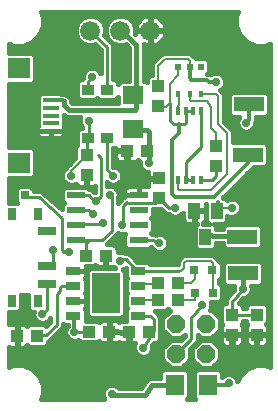
<source format=gtl>
G75*
%MOIN*%
%OFA0B0*%
%FSLAX25Y25*%
%IPPOS*%
%LPD*%
%AMOC8*
5,1,8,0,0,1.08239X$1,22.5*
%
%ADD10R,0.10000X0.05000*%
%ADD11R,0.04331X0.03937*%
%ADD12R,0.07098X0.06299*%
%ADD13R,0.06299X0.02362*%
%ADD14R,0.05118X0.02756*%
%ADD15R,0.09449X0.13386*%
%ADD16R,0.03150X0.03150*%
%ADD17R,0.03937X0.04331*%
%ADD18OC8,0.06000*%
%ADD19R,0.03937X0.05512*%
%ADD20R,0.01181X0.02953*%
%ADD21R,0.01575X0.02165*%
%ADD22R,0.02165X0.02165*%
%ADD23R,0.06299X0.07098*%
%ADD24C,0.06600*%
%ADD25R,0.03150X0.03937*%
%ADD26R,0.05906X0.02756*%
%ADD27R,0.05512X0.01378*%
%ADD28R,0.07480X0.07087*%
%ADD29R,0.03937X0.03543*%
%ADD30C,0.01600*%
%ADD31C,0.02800*%
%ADD32C,0.01000*%
%ADD33C,0.02978*%
%ADD34C,0.01200*%
%ADD35C,0.00806*%
%ADD36C,0.02792*%
%ADD37C,0.00800*%
%ADD38C,0.00600*%
%ADD39R,0.02800X0.02800*%
D10*
X0090304Y0065580D03*
X0090461Y0053296D03*
X0092154Y0092942D03*
X0092469Y0109635D03*
D11*
X0081524Y0095698D03*
X0081524Y0089005D03*
X0062627Y0085068D03*
X0062627Y0078375D03*
X0058532Y0094162D03*
X0051839Y0094162D03*
X0038414Y0092745D03*
X0038414Y0086052D03*
X0038020Y0059280D03*
X0044713Y0059280D03*
X0045894Y0033887D03*
X0052509Y0033769D03*
X0059202Y0033769D03*
X0039202Y0033887D03*
D12*
X0053808Y0101556D03*
X0053808Y0112753D03*
D13*
X0055674Y0079339D03*
X0055674Y0074339D03*
X0055674Y0069339D03*
X0055674Y0064379D03*
X0034776Y0064379D03*
X0034776Y0069379D03*
X0034776Y0074379D03*
X0034776Y0079379D03*
D14*
X0033847Y0054221D03*
X0033847Y0049221D03*
X0033847Y0044221D03*
X0033847Y0039221D03*
X0055501Y0039221D03*
X0055501Y0044221D03*
X0055501Y0049221D03*
X0055501Y0054221D03*
D15*
X0044674Y0046721D03*
D16*
X0074438Y0046879D03*
X0080343Y0046879D03*
X0080225Y0054398D03*
X0074320Y0054398D03*
D17*
X0068690Y0050225D03*
X0068926Y0044517D03*
X0062233Y0044517D03*
X0061997Y0050225D03*
X0086839Y0039595D03*
X0086839Y0032902D03*
X0095107Y0032902D03*
X0095107Y0039595D03*
X0062036Y0109083D03*
X0062036Y0115776D03*
X0021879Y0032548D03*
X0015186Y0032548D03*
D18*
X0068257Y0036524D03*
X0068257Y0026524D03*
X0078257Y0026524D03*
X0078257Y0036524D03*
D19*
X0077981Y0065580D03*
X0074241Y0074241D03*
X0081721Y0074241D03*
D20*
X0076505Y0084379D03*
X0073946Y0084379D03*
X0071387Y0084379D03*
X0068828Y0084379D03*
X0068828Y0107410D03*
X0071387Y0107410D03*
X0073946Y0107410D03*
X0076505Y0107410D03*
D21*
X0076406Y0113217D03*
X0072666Y0113217D03*
X0068926Y0113217D03*
D22*
X0068926Y0122272D03*
X0072666Y0122272D03*
X0076406Y0122272D03*
D23*
X0078855Y0016170D03*
X0067658Y0016170D03*
D24*
X0059635Y0134280D03*
X0049635Y0134280D03*
X0039635Y0134280D03*
D25*
X0022076Y0073257D03*
X0013414Y0073257D03*
X0013414Y0044123D03*
X0022076Y0044123D03*
D26*
X0025127Y0049831D03*
X0025127Y0055737D03*
X0025127Y0067548D03*
D27*
X0026406Y0100816D03*
X0026406Y0103375D03*
X0026406Y0105934D03*
X0026406Y0108493D03*
X0026406Y0111052D03*
D28*
X0015973Y0121682D03*
X0015973Y0090186D03*
D29*
X0038808Y0098454D03*
X0045107Y0098454D03*
X0045107Y0114595D03*
X0038808Y0114595D03*
D30*
X0012505Y0028715D02*
X0012505Y0022140D01*
X0013959Y0022742D01*
X0017200Y0022742D01*
X0020194Y0021502D01*
X0022486Y0019210D01*
X0023726Y0016216D01*
X0023726Y0012975D01*
X0023124Y0011521D01*
X0044137Y0011521D01*
X0043682Y0012621D01*
X0043682Y0013814D01*
X0044139Y0014917D01*
X0044983Y0015761D01*
X0046085Y0016217D01*
X0047279Y0016217D01*
X0048381Y0015761D01*
X0049115Y0015027D01*
X0056618Y0015027D01*
X0058137Y0017306D01*
X0058230Y0017530D01*
X0058399Y0017699D01*
X0058532Y0017899D01*
X0058734Y0018033D01*
X0058905Y0018205D01*
X0059127Y0018296D01*
X0059326Y0018430D01*
X0059563Y0018477D01*
X0059787Y0018570D01*
X0060027Y0018570D01*
X0060262Y0018617D01*
X0060500Y0018570D01*
X0062909Y0018570D01*
X0062909Y0020382D01*
X0063846Y0021319D01*
X0071471Y0021319D01*
X0072408Y0020382D01*
X0072408Y0011958D01*
X0071971Y0011521D01*
X0074542Y0011521D01*
X0074106Y0011958D01*
X0074106Y0020382D01*
X0075043Y0021319D01*
X0082667Y0021319D01*
X0083605Y0020382D01*
X0083605Y0018950D01*
X0083959Y0019304D01*
X0085062Y0019761D01*
X0086255Y0019761D01*
X0087358Y0019304D01*
X0088202Y0018460D01*
X0088636Y0017410D01*
X0089382Y0019210D01*
X0091674Y0021502D01*
X0094668Y0022742D01*
X0097909Y0022742D01*
X0099362Y0022140D01*
X0099362Y0129886D01*
X0097909Y0129283D01*
X0094668Y0129283D01*
X0091674Y0130524D01*
X0089382Y0132815D01*
X0088142Y0135809D01*
X0088142Y0139050D01*
X0088744Y0140504D01*
X0023124Y0140504D01*
X0023726Y0139050D01*
X0023726Y0135809D01*
X0022486Y0132815D01*
X0020194Y0130524D01*
X0017200Y0129283D01*
X0013959Y0129283D01*
X0012505Y0129886D01*
X0012505Y0126825D01*
X0020376Y0126825D01*
X0021313Y0125888D01*
X0021313Y0117476D01*
X0020376Y0116539D01*
X0012505Y0116539D01*
X0012505Y0095329D01*
X0020376Y0095329D01*
X0021313Y0094392D01*
X0021313Y0085980D01*
X0020376Y0085043D01*
X0012505Y0085043D01*
X0012505Y0076825D01*
X0015216Y0076825D01*
X0014745Y0077296D01*
X0014745Y0081422D01*
X0015682Y0082359D01*
X0019808Y0082359D01*
X0020745Y0081422D01*
X0020745Y0080868D01*
X0022427Y0080868D01*
X0023255Y0080902D01*
X0023290Y0080868D01*
X0023339Y0080868D01*
X0023925Y0080283D01*
X0030027Y0074650D01*
X0030027Y0076223D01*
X0030683Y0076879D01*
X0030027Y0077535D01*
X0030027Y0081223D01*
X0030964Y0082160D01*
X0038589Y0082160D01*
X0039289Y0081459D01*
X0039875Y0081459D01*
X0040943Y0080391D01*
X0041039Y0080391D01*
X0041039Y0082343D01*
X0040816Y0082283D01*
X0038598Y0082283D01*
X0038598Y0085868D01*
X0038230Y0085868D01*
X0038230Y0082283D01*
X0036012Y0082283D01*
X0035554Y0082406D01*
X0035144Y0082643D01*
X0034808Y0082978D01*
X0034651Y0083251D01*
X0033696Y0082855D01*
X0032502Y0082855D01*
X0031400Y0083312D01*
X0030556Y0084156D01*
X0030099Y0085258D01*
X0030099Y0086452D01*
X0030556Y0087554D01*
X0031099Y0088098D01*
X0031099Y0088258D01*
X0032271Y0089430D01*
X0034649Y0091808D01*
X0034649Y0095376D01*
X0035266Y0095993D01*
X0035239Y0096019D01*
X0035239Y0100888D01*
X0036177Y0101825D01*
X0036905Y0101825D01*
X0036905Y0102020D01*
X0036461Y0102463D01*
X0036005Y0103565D01*
X0036005Y0104759D01*
X0036231Y0105306D01*
X0032031Y0105306D01*
X0031149Y0105671D01*
X0030762Y0106058D01*
X0030762Y0102333D01*
X0030840Y0102199D01*
X0030962Y0101742D01*
X0030962Y0100816D01*
X0026406Y0100816D01*
X0026406Y0100816D01*
X0021850Y0100816D01*
X0021850Y0101742D01*
X0021973Y0102199D01*
X0022050Y0102333D01*
X0022050Y0112404D01*
X0022988Y0113341D01*
X0029825Y0113341D01*
X0029914Y0113252D01*
X0031255Y0113252D01*
X0031614Y0112893D01*
X0032096Y0112693D01*
X0032772Y0112018D01*
X0033137Y0111136D01*
X0033137Y0110471D01*
X0033503Y0110105D01*
X0048659Y0110105D01*
X0048659Y0112144D01*
X0047738Y0111224D01*
X0042476Y0111224D01*
X0041957Y0111742D01*
X0041439Y0111224D01*
X0036177Y0111224D01*
X0035239Y0112161D01*
X0035239Y0117030D01*
X0036177Y0117967D01*
X0036847Y0117967D01*
X0037193Y0118312D01*
X0037186Y0118329D01*
X0037186Y0119523D01*
X0037643Y0120625D01*
X0038486Y0121469D01*
X0039589Y0121926D01*
X0040783Y0121926D01*
X0041885Y0121469D01*
X0042729Y0120625D01*
X0043007Y0119954D01*
X0043007Y0127938D01*
X0041285Y0129660D01*
X0040609Y0129380D01*
X0038660Y0129380D01*
X0036859Y0130126D01*
X0035481Y0131505D01*
X0034735Y0133306D01*
X0034735Y0135255D01*
X0035481Y0137056D01*
X0036859Y0138434D01*
X0038660Y0139180D01*
X0040609Y0139180D01*
X0042410Y0138434D01*
X0043789Y0137056D01*
X0044535Y0135255D01*
X0044535Y0133306D01*
X0044255Y0132630D01*
X0047207Y0129678D01*
X0047207Y0117967D01*
X0047738Y0117967D01*
X0048676Y0117030D01*
X0048676Y0116582D01*
X0049596Y0117502D01*
X0052550Y0117502D01*
X0052550Y0128562D01*
X0051403Y0129709D01*
X0050609Y0129380D01*
X0048660Y0129380D01*
X0046859Y0130126D01*
X0045481Y0131505D01*
X0044735Y0133306D01*
X0044735Y0135255D01*
X0045481Y0137056D01*
X0046859Y0138434D01*
X0048660Y0139180D01*
X0050609Y0139180D01*
X0052410Y0138434D01*
X0053789Y0137056D01*
X0054535Y0135255D01*
X0054535Y0133365D01*
X0054631Y0133268D01*
X0054535Y0133879D01*
X0054535Y0134080D01*
X0059435Y0134080D01*
X0059835Y0134080D01*
X0059835Y0134480D01*
X0064735Y0134480D01*
X0064735Y0134682D01*
X0064609Y0135475D01*
X0064361Y0136238D01*
X0063997Y0136953D01*
X0063525Y0137603D01*
X0062957Y0138170D01*
X0062308Y0138642D01*
X0061592Y0139007D01*
X0060829Y0139255D01*
X0060036Y0139380D01*
X0059835Y0139380D01*
X0059835Y0134480D01*
X0059435Y0134480D01*
X0059435Y0134080D01*
X0059435Y0129180D01*
X0059233Y0129180D01*
X0058440Y0129306D01*
X0057677Y0129554D01*
X0057350Y0129721D01*
X0057350Y0117502D01*
X0058020Y0117502D01*
X0058468Y0117054D01*
X0058468Y0118604D01*
X0059405Y0119542D01*
X0060033Y0119542D01*
X0060033Y0123299D01*
X0062395Y0125661D01*
X0063569Y0126835D01*
X0072905Y0126835D01*
X0073496Y0126244D01*
X0074669Y0125071D01*
X0074669Y0124955D01*
X0078152Y0124955D01*
X0079089Y0124018D01*
X0079089Y0120527D01*
X0078507Y0119945D01*
X0079483Y0119945D01*
X0079778Y0119650D01*
X0079825Y0119698D01*
X0080928Y0120154D01*
X0082121Y0120154D01*
X0083224Y0119698D01*
X0084068Y0118854D01*
X0084524Y0117751D01*
X0084524Y0116558D01*
X0084068Y0115455D01*
X0083224Y0114611D01*
X0082794Y0114433D01*
X0082945Y0114433D01*
X0083431Y0113947D01*
X0083981Y0113535D01*
X0084004Y0113374D01*
X0084118Y0113260D01*
X0084118Y0112572D01*
X0084215Y0111892D01*
X0084118Y0111762D01*
X0084118Y0103811D01*
X0087071Y0100858D01*
X0087071Y0097042D01*
X0097817Y0097042D01*
X0098754Y0096104D01*
X0098754Y0089779D01*
X0097817Y0088842D01*
X0094118Y0088842D01*
X0083873Y0078597D01*
X0084352Y0078597D01*
X0085169Y0077780D01*
X0086243Y0078225D01*
X0087436Y0078225D01*
X0088539Y0077768D01*
X0089383Y0076925D01*
X0089839Y0075822D01*
X0089839Y0074628D01*
X0089383Y0073526D01*
X0088539Y0072682D01*
X0087436Y0072225D01*
X0086243Y0072225D01*
X0085290Y0072620D01*
X0085290Y0070822D01*
X0084352Y0069885D01*
X0080663Y0069885D01*
X0081550Y0068998D01*
X0081550Y0068176D01*
X0083704Y0068176D01*
X0083704Y0068742D01*
X0084641Y0069680D01*
X0095967Y0069680D01*
X0096904Y0068742D01*
X0096904Y0062417D01*
X0095967Y0061480D01*
X0084641Y0061480D01*
X0083704Y0062417D01*
X0083704Y0063376D01*
X0081550Y0063376D01*
X0081550Y0062161D01*
X0080612Y0061224D01*
X0075350Y0061224D01*
X0074413Y0062161D01*
X0074413Y0068998D01*
X0075099Y0069685D01*
X0074425Y0069685D01*
X0074425Y0074057D01*
X0074425Y0074425D01*
X0078009Y0074425D01*
X0078009Y0076569D01*
X0078153Y0076569D01*
X0078153Y0070822D01*
X0079040Y0069935D01*
X0077125Y0069935D01*
X0077315Y0070045D01*
X0077650Y0070380D01*
X0077887Y0070790D01*
X0078009Y0071248D01*
X0078009Y0074057D01*
X0074425Y0074057D01*
X0074057Y0074057D01*
X0074057Y0069685D01*
X0072035Y0069685D01*
X0071578Y0069808D01*
X0071167Y0070045D01*
X0070832Y0070380D01*
X0070595Y0070790D01*
X0070472Y0071248D01*
X0070472Y0073513D01*
X0069641Y0072682D01*
X0068538Y0072225D01*
X0067345Y0072225D01*
X0066242Y0072682D01*
X0065799Y0073125D01*
X0064907Y0073125D01*
X0063225Y0074806D01*
X0062028Y0074806D01*
X0061942Y0074720D01*
X0060424Y0074720D01*
X0060424Y0072496D01*
X0059767Y0071839D01*
X0060424Y0071183D01*
X0060424Y0067496D01*
X0059787Y0066859D01*
X0060148Y0066498D01*
X0060549Y0066651D01*
X0060931Y0066479D01*
X0061351Y0066479D01*
X0061595Y0066234D01*
X0062030Y0066414D01*
X0063224Y0066414D01*
X0064326Y0065957D01*
X0065170Y0065114D01*
X0065627Y0064011D01*
X0065627Y0062817D01*
X0065170Y0061715D01*
X0064326Y0060871D01*
X0063224Y0060414D01*
X0062030Y0060414D01*
X0060927Y0060871D01*
X0060083Y0061715D01*
X0059943Y0062054D01*
X0059486Y0061598D01*
X0051862Y0061598D01*
X0050924Y0062535D01*
X0050924Y0066223D01*
X0051163Y0066461D01*
X0050822Y0066320D01*
X0049628Y0066320D01*
X0048776Y0066673D01*
X0047552Y0065448D01*
X0045152Y0063049D01*
X0047116Y0063049D01*
X0047574Y0062926D01*
X0047984Y0062689D01*
X0048319Y0062354D01*
X0048556Y0061944D01*
X0048679Y0061486D01*
X0048679Y0060360D01*
X0049038Y0060509D01*
X0050231Y0060509D01*
X0050618Y0060348D01*
X0050655Y0060366D01*
X0051157Y0060199D01*
X0052276Y0060199D01*
X0053506Y0058969D01*
X0055276Y0057199D01*
X0058723Y0057199D01*
X0059601Y0056321D01*
X0068891Y0056321D01*
X0068891Y0057748D01*
X0069482Y0058338D01*
X0070655Y0059512D01*
X0080582Y0059512D01*
X0081173Y0058921D01*
X0082346Y0057748D01*
X0082346Y0057573D01*
X0082463Y0057573D01*
X0083400Y0056636D01*
X0083400Y0052161D01*
X0082463Y0051224D01*
X0082346Y0051224D01*
X0082346Y0050054D01*
X0082581Y0050054D01*
X0083518Y0049116D01*
X0083518Y0044641D01*
X0082581Y0043704D01*
X0079824Y0043704D01*
X0079957Y0043381D01*
X0079957Y0042188D01*
X0079517Y0041124D01*
X0080162Y0041124D01*
X0082857Y0038430D01*
X0082857Y0034619D01*
X0080162Y0031924D01*
X0076351Y0031924D01*
X0075357Y0032919D01*
X0075357Y0030655D01*
X0072857Y0028155D01*
X0072857Y0024619D01*
X0070162Y0021924D01*
X0066351Y0021924D01*
X0063657Y0024619D01*
X0063657Y0028430D01*
X0066351Y0031124D01*
X0069887Y0031124D01*
X0071157Y0032394D01*
X0071157Y0032919D01*
X0070162Y0031924D01*
X0066351Y0031924D01*
X0063657Y0034619D01*
X0063657Y0038430D01*
X0066136Y0040910D01*
X0065580Y0041466D01*
X0064864Y0040751D01*
X0061094Y0040751D01*
X0061725Y0040120D01*
X0062955Y0038890D01*
X0062955Y0036412D01*
X0062967Y0036400D01*
X0062967Y0034688D01*
X0063103Y0034143D01*
X0062967Y0033915D01*
X0062967Y0031137D01*
X0062030Y0030200D01*
X0060738Y0030200D01*
X0060233Y0029359D01*
X0060312Y0029168D01*
X0060312Y0027975D01*
X0059855Y0026872D01*
X0059011Y0026028D01*
X0057909Y0025572D01*
X0056715Y0025572D01*
X0055612Y0026028D01*
X0054769Y0026872D01*
X0054312Y0027975D01*
X0054312Y0029168D01*
X0054656Y0030000D01*
X0052693Y0030000D01*
X0052693Y0033584D01*
X0052324Y0033584D01*
X0049860Y0033584D01*
X0049860Y0033702D01*
X0046079Y0033702D01*
X0046079Y0030118D01*
X0048297Y0030118D01*
X0048755Y0030241D01*
X0049136Y0030461D01*
X0049238Y0030360D01*
X0049649Y0030123D01*
X0050106Y0030000D01*
X0052324Y0030000D01*
X0052324Y0033584D01*
X0052324Y0033953D01*
X0048543Y0033953D01*
X0048543Y0034071D01*
X0046079Y0034071D01*
X0046079Y0033702D01*
X0045710Y0033702D01*
X0045710Y0030118D01*
X0043492Y0030118D01*
X0043034Y0030241D01*
X0042624Y0030478D01*
X0042407Y0030695D01*
X0042030Y0030318D01*
X0036373Y0030318D01*
X0035533Y0031158D01*
X0034877Y0030887D01*
X0033684Y0030887D01*
X0032581Y0031343D01*
X0031737Y0032187D01*
X0031280Y0033290D01*
X0031280Y0034483D01*
X0031737Y0035586D01*
X0032097Y0035946D01*
X0032100Y0036243D01*
X0030625Y0036243D01*
X0030475Y0036394D01*
X0030475Y0035379D01*
X0026931Y0031836D01*
X0025701Y0030606D01*
X0025447Y0030606D01*
X0025447Y0029720D01*
X0024510Y0028783D01*
X0019247Y0028783D01*
X0018653Y0029378D01*
X0018595Y0029277D01*
X0018260Y0028942D01*
X0017849Y0028705D01*
X0017391Y0028583D01*
X0015370Y0028583D01*
X0015370Y0032364D01*
X0015002Y0032364D01*
X0015002Y0028583D01*
X0012980Y0028583D01*
X0012523Y0028705D01*
X0012505Y0028715D01*
X0012505Y0027502D02*
X0054508Y0027502D01*
X0054312Y0029100D02*
X0024828Y0029100D01*
X0025795Y0030699D02*
X0035993Y0030699D01*
X0031691Y0032297D02*
X0027393Y0032297D01*
X0028992Y0033896D02*
X0031280Y0033896D01*
X0031699Y0035494D02*
X0030475Y0035494D01*
X0026275Y0037119D02*
X0024990Y0035834D01*
X0024510Y0036313D01*
X0019247Y0036313D01*
X0018653Y0035718D01*
X0018595Y0035819D01*
X0018260Y0036154D01*
X0017849Y0036391D01*
X0017391Y0036513D01*
X0015370Y0036513D01*
X0015370Y0032732D01*
X0015002Y0032732D01*
X0015002Y0036513D01*
X0012980Y0036513D01*
X0012523Y0036391D01*
X0012505Y0036381D01*
X0012505Y0040554D01*
X0015652Y0040554D01*
X0016589Y0041492D01*
X0016589Y0046213D01*
X0018901Y0046213D01*
X0018901Y0041492D01*
X0019838Y0040554D01*
X0020723Y0040554D01*
X0020654Y0040388D01*
X0020654Y0039196D01*
X0021110Y0038095D01*
X0021953Y0037252D01*
X0023054Y0036796D01*
X0024246Y0036796D01*
X0025348Y0037252D01*
X0026190Y0038095D01*
X0026275Y0038299D01*
X0026275Y0037119D01*
X0026249Y0037093D02*
X0024963Y0037093D01*
X0022338Y0037093D02*
X0012505Y0037093D01*
X0012505Y0038691D02*
X0020863Y0038691D01*
X0020654Y0040290D02*
X0012505Y0040290D01*
X0016589Y0041889D02*
X0018901Y0041889D01*
X0018901Y0043487D02*
X0016589Y0043487D01*
X0016589Y0045086D02*
X0018901Y0045086D01*
X0015370Y0035494D02*
X0015002Y0035494D01*
X0015002Y0033896D02*
X0015370Y0033896D01*
X0015370Y0032297D02*
X0015002Y0032297D01*
X0015002Y0030699D02*
X0015370Y0030699D01*
X0015370Y0029100D02*
X0015002Y0029100D01*
X0018418Y0029100D02*
X0018930Y0029100D01*
X0017285Y0022706D02*
X0065569Y0022706D01*
X0063971Y0024305D02*
X0012505Y0024305D01*
X0012505Y0025903D02*
X0055914Y0025903D01*
X0058709Y0025903D02*
X0063657Y0025903D01*
X0063657Y0027502D02*
X0060116Y0027502D01*
X0060312Y0029100D02*
X0064327Y0029100D01*
X0065926Y0030699D02*
X0062529Y0030699D01*
X0062967Y0032297D02*
X0065978Y0032297D01*
X0064380Y0033896D02*
X0062967Y0033896D01*
X0062967Y0035494D02*
X0063657Y0035494D01*
X0063657Y0037093D02*
X0062955Y0037093D01*
X0062955Y0038691D02*
X0063918Y0038691D01*
X0065517Y0040290D02*
X0061555Y0040290D01*
X0051801Y0041721D02*
X0051342Y0041262D01*
X0051342Y0037537D01*
X0050106Y0037537D01*
X0049649Y0037414D01*
X0049267Y0037194D01*
X0049165Y0037295D01*
X0048755Y0037532D01*
X0048297Y0037655D01*
X0046079Y0037655D01*
X0046079Y0034071D01*
X0045710Y0034071D01*
X0045710Y0037655D01*
X0043492Y0037655D01*
X0043034Y0037532D01*
X0042624Y0037295D01*
X0042407Y0037078D01*
X0042030Y0037455D01*
X0038006Y0037455D01*
X0038006Y0041262D01*
X0037688Y0041580D01*
X0037847Y0041738D01*
X0038084Y0042149D01*
X0038206Y0042606D01*
X0038206Y0044221D01*
X0033847Y0044221D01*
X0033847Y0044221D01*
X0038206Y0044221D01*
X0038206Y0045836D01*
X0038084Y0046294D01*
X0037847Y0046704D01*
X0037688Y0046863D01*
X0038006Y0047181D01*
X0038006Y0051262D01*
X0037688Y0051580D01*
X0037847Y0051738D01*
X0038084Y0052149D01*
X0038206Y0052606D01*
X0038206Y0054221D01*
X0035784Y0054221D01*
X0035784Y0054221D01*
X0038206Y0054221D01*
X0038206Y0055712D01*
X0040849Y0055712D01*
X0041225Y0056089D01*
X0041443Y0055871D01*
X0041853Y0055634D01*
X0042311Y0055512D01*
X0044529Y0055512D01*
X0044529Y0059096D01*
X0044898Y0059096D01*
X0044898Y0055512D01*
X0047116Y0055512D01*
X0047331Y0055570D01*
X0047887Y0055014D01*
X0039287Y0055014D01*
X0038350Y0054077D01*
X0038350Y0039366D01*
X0039287Y0038428D01*
X0050061Y0038428D01*
X0050998Y0039366D01*
X0050998Y0054077D01*
X0050468Y0054607D01*
X0051334Y0054965D01*
X0051342Y0054973D01*
X0051342Y0052181D01*
X0051801Y0051721D01*
X0051342Y0051262D01*
X0051342Y0047181D01*
X0051801Y0046721D01*
X0051342Y0046262D01*
X0051342Y0042181D01*
X0051801Y0041721D01*
X0051634Y0041889D02*
X0050998Y0041889D01*
X0050998Y0043487D02*
X0051342Y0043487D01*
X0051342Y0045086D02*
X0050998Y0045086D01*
X0050998Y0046684D02*
X0051764Y0046684D01*
X0051342Y0048283D02*
X0050998Y0048283D01*
X0050998Y0049881D02*
X0051342Y0049881D01*
X0051559Y0051480D02*
X0050998Y0051480D01*
X0050998Y0053078D02*
X0051342Y0053078D01*
X0051342Y0054677D02*
X0050637Y0054677D01*
X0054602Y0057874D02*
X0069017Y0057874D01*
X0070616Y0059472D02*
X0053003Y0059472D01*
X0050924Y0062669D02*
X0048004Y0062669D01*
X0048679Y0061071D02*
X0060728Y0061071D01*
X0064526Y0061071D02*
X0099362Y0061071D01*
X0099362Y0062669D02*
X0096904Y0062669D01*
X0096904Y0064268D02*
X0099362Y0064268D01*
X0099362Y0065866D02*
X0096904Y0065866D01*
X0096904Y0067465D02*
X0099362Y0067465D01*
X0099362Y0069063D02*
X0096583Y0069063D01*
X0099362Y0070662D02*
X0085129Y0070662D01*
X0085290Y0072260D02*
X0086158Y0072260D01*
X0087521Y0072260D02*
X0099362Y0072260D01*
X0099362Y0073859D02*
X0089521Y0073859D01*
X0089839Y0075457D02*
X0099362Y0075457D01*
X0099362Y0077056D02*
X0089251Y0077056D01*
X0085529Y0080253D02*
X0099362Y0080253D01*
X0099362Y0081851D02*
X0087128Y0081851D01*
X0088726Y0083450D02*
X0099362Y0083450D01*
X0099362Y0085048D02*
X0090325Y0085048D01*
X0091923Y0086647D02*
X0099362Y0086647D01*
X0099362Y0088245D02*
X0093522Y0088245D01*
X0098754Y0089844D02*
X0099362Y0089844D01*
X0099362Y0091442D02*
X0098754Y0091442D01*
X0098754Y0093041D02*
X0099362Y0093041D01*
X0099362Y0094639D02*
X0098754Y0094639D01*
X0098621Y0096238D02*
X0099362Y0096238D01*
X0099362Y0097836D02*
X0087071Y0097836D01*
X0087071Y0099435D02*
X0099362Y0099435D01*
X0099362Y0101033D02*
X0093268Y0101033D01*
X0093263Y0101028D02*
X0094107Y0101872D01*
X0094564Y0102975D01*
X0094564Y0103460D01*
X0094669Y0103566D01*
X0094669Y0105535D01*
X0098132Y0105535D01*
X0099069Y0106472D01*
X0099069Y0112797D01*
X0098132Y0113735D01*
X0086807Y0113735D01*
X0085869Y0112797D01*
X0085869Y0106472D01*
X0086807Y0105535D01*
X0089284Y0105535D01*
X0089020Y0105271D01*
X0088564Y0104168D01*
X0088564Y0102975D01*
X0089020Y0101872D01*
X0089864Y0101028D01*
X0090967Y0100572D01*
X0092161Y0100572D01*
X0093263Y0101028D01*
X0094422Y0102632D02*
X0099362Y0102632D01*
X0099362Y0104230D02*
X0094669Y0104230D01*
X0098426Y0105829D02*
X0099362Y0105829D01*
X0099362Y0107427D02*
X0099069Y0107427D01*
X0099069Y0109026D02*
X0099362Y0109026D01*
X0099362Y0110624D02*
X0099069Y0110624D01*
X0099069Y0112223D02*
X0099362Y0112223D01*
X0099362Y0113822D02*
X0083598Y0113822D01*
X0084033Y0115420D02*
X0099362Y0115420D01*
X0099362Y0117019D02*
X0084524Y0117019D01*
X0084166Y0118617D02*
X0099362Y0118617D01*
X0099362Y0120216D02*
X0078777Y0120216D01*
X0079089Y0121814D02*
X0099362Y0121814D01*
X0099362Y0123413D02*
X0079089Y0123413D01*
X0074669Y0125011D02*
X0099362Y0125011D01*
X0099362Y0126610D02*
X0073130Y0126610D01*
X0063997Y0131607D02*
X0064361Y0132323D01*
X0064609Y0133086D01*
X0064735Y0133879D01*
X0064735Y0134080D01*
X0059835Y0134080D01*
X0059835Y0129180D01*
X0060036Y0129180D01*
X0060829Y0129306D01*
X0061592Y0129554D01*
X0062308Y0129918D01*
X0062957Y0130390D01*
X0063525Y0130958D01*
X0063997Y0131607D01*
X0063850Y0131405D02*
X0090792Y0131405D01*
X0089304Y0133004D02*
X0064582Y0133004D01*
X0064735Y0134602D02*
X0088642Y0134602D01*
X0088142Y0136201D02*
X0064373Y0136201D01*
X0063328Y0137799D02*
X0088142Y0137799D01*
X0088286Y0139398D02*
X0023582Y0139398D01*
X0023726Y0137799D02*
X0036224Y0137799D01*
X0035126Y0136201D02*
X0023726Y0136201D01*
X0023226Y0134602D02*
X0034735Y0134602D01*
X0034860Y0133004D02*
X0022564Y0133004D01*
X0021076Y0131405D02*
X0035580Y0131405D01*
X0037631Y0129807D02*
X0018463Y0129807D01*
X0020592Y0126610D02*
X0043007Y0126610D01*
X0043007Y0125011D02*
X0021313Y0125011D01*
X0021313Y0123413D02*
X0043007Y0123413D01*
X0043007Y0121814D02*
X0041053Y0121814D01*
X0039319Y0121814D02*
X0021313Y0121814D01*
X0021313Y0120216D02*
X0037473Y0120216D01*
X0037186Y0118617D02*
X0021313Y0118617D01*
X0020856Y0117019D02*
X0035239Y0117019D01*
X0035239Y0115420D02*
X0012505Y0115420D01*
X0012505Y0113822D02*
X0035239Y0113822D01*
X0035239Y0112223D02*
X0032566Y0112223D01*
X0033137Y0110624D02*
X0048659Y0110624D01*
X0048676Y0117019D02*
X0049112Y0117019D01*
X0047207Y0118617D02*
X0052550Y0118617D01*
X0052550Y0120216D02*
X0047207Y0120216D01*
X0047207Y0121814D02*
X0052550Y0121814D01*
X0052550Y0123413D02*
X0047207Y0123413D01*
X0047207Y0125011D02*
X0052550Y0125011D01*
X0052550Y0126610D02*
X0047207Y0126610D01*
X0047207Y0128208D02*
X0052550Y0128208D01*
X0054950Y0129556D02*
X0054950Y0108296D01*
X0054359Y0107706D01*
X0032509Y0107706D01*
X0030737Y0109477D01*
X0030737Y0110658D01*
X0030762Y0105829D02*
X0030991Y0105829D01*
X0030762Y0104230D02*
X0036005Y0104230D01*
X0036391Y0102632D02*
X0030762Y0102632D01*
X0030962Y0101033D02*
X0035385Y0101033D01*
X0035239Y0099435D02*
X0030840Y0099435D01*
X0030840Y0099432D02*
X0030962Y0099890D01*
X0030962Y0100816D01*
X0026406Y0100816D01*
X0021850Y0100816D01*
X0021850Y0099890D01*
X0021973Y0099432D01*
X0022210Y0099022D01*
X0022545Y0098686D01*
X0022956Y0098449D01*
X0023413Y0098327D01*
X0026406Y0098327D01*
X0026406Y0100816D01*
X0026406Y0100816D01*
X0026406Y0100816D01*
X0026406Y0098327D01*
X0029399Y0098327D01*
X0029857Y0098449D01*
X0030267Y0098686D01*
X0030603Y0099022D01*
X0030840Y0099432D01*
X0035239Y0097836D02*
X0012505Y0097836D01*
X0012505Y0096238D02*
X0035239Y0096238D01*
X0034649Y0094639D02*
X0021066Y0094639D01*
X0021313Y0093041D02*
X0034649Y0093041D01*
X0034283Y0091442D02*
X0021313Y0091442D01*
X0021313Y0089844D02*
X0032685Y0089844D01*
X0031099Y0088245D02*
X0021313Y0088245D01*
X0021313Y0086647D02*
X0030180Y0086647D01*
X0030186Y0085048D02*
X0020382Y0085048D01*
X0020315Y0081851D02*
X0030655Y0081851D01*
X0031262Y0083450D02*
X0012505Y0083450D01*
X0012505Y0081851D02*
X0015174Y0081851D01*
X0014745Y0080253D02*
X0012505Y0080253D01*
X0012505Y0078654D02*
X0014745Y0078654D01*
X0014985Y0077056D02*
X0012505Y0077056D01*
X0023957Y0080253D02*
X0030027Y0080253D01*
X0030027Y0078654D02*
X0025689Y0078654D01*
X0027421Y0077056D02*
X0030506Y0077056D01*
X0030027Y0075457D02*
X0029153Y0075457D01*
X0038897Y0081851D02*
X0041039Y0081851D01*
X0038598Y0083450D02*
X0038230Y0083450D01*
X0038230Y0085048D02*
X0038598Y0085048D01*
X0045239Y0083646D02*
X0045573Y0083312D01*
X0046676Y0082855D01*
X0047869Y0082855D01*
X0048972Y0083312D01*
X0049816Y0084156D01*
X0050272Y0085258D01*
X0050272Y0086452D01*
X0049816Y0087554D01*
X0048972Y0088398D01*
X0047869Y0088855D01*
X0047242Y0088855D01*
X0047207Y0088890D01*
X0047207Y0095082D01*
X0047738Y0095082D01*
X0047874Y0095218D01*
X0047874Y0094346D01*
X0051655Y0094346D01*
X0051655Y0093978D01*
X0047874Y0093978D01*
X0047874Y0091957D01*
X0047997Y0091499D01*
X0048234Y0091088D01*
X0048569Y0090753D01*
X0048979Y0090516D01*
X0049437Y0090394D01*
X0051655Y0090394D01*
X0051655Y0093978D01*
X0052024Y0093978D01*
X0052024Y0090394D01*
X0054242Y0090394D01*
X0054699Y0090516D01*
X0055110Y0090753D01*
X0055327Y0090971D01*
X0055704Y0090594D01*
X0056087Y0090594D01*
X0056083Y0090586D01*
X0056083Y0089392D01*
X0056540Y0088290D01*
X0057384Y0087446D01*
X0058487Y0086989D01*
X0058661Y0086989D01*
X0058661Y0085252D01*
X0061226Y0085252D01*
X0061227Y0085242D01*
X0061227Y0084883D01*
X0058661Y0084883D01*
X0058661Y0082862D01*
X0058784Y0082404D01*
X0058833Y0082320D01*
X0055674Y0082320D01*
X0052287Y0082320D01*
X0051830Y0082198D01*
X0051419Y0081961D01*
X0051084Y0081626D01*
X0050847Y0081215D01*
X0050724Y0080757D01*
X0050724Y0079339D01*
X0050724Y0078844D01*
X0050700Y0078819D01*
X0050567Y0078819D01*
X0049337Y0077589D01*
X0049337Y0077456D01*
X0048782Y0076901D01*
X0048782Y0078212D01*
X0049091Y0078959D01*
X0049091Y0080153D01*
X0048635Y0081255D01*
X0047791Y0082099D01*
X0046688Y0082556D01*
X0045495Y0082556D01*
X0045239Y0082450D01*
X0045239Y0083646D01*
X0045239Y0083450D02*
X0045435Y0083450D01*
X0048039Y0081851D02*
X0051310Y0081851D01*
X0050724Y0080253D02*
X0049050Y0080253D01*
X0048965Y0078654D02*
X0050402Y0078654D01*
X0050724Y0079339D02*
X0055674Y0079339D01*
X0055674Y0079339D01*
X0050724Y0079339D01*
X0048936Y0077056D02*
X0048782Y0077056D01*
X0049110Y0083450D02*
X0058661Y0083450D01*
X0061227Y0085048D02*
X0050185Y0085048D01*
X0050192Y0086647D02*
X0058661Y0086647D01*
X0056584Y0088245D02*
X0049125Y0088245D01*
X0047207Y0089844D02*
X0056083Y0089844D01*
X0059083Y0089989D02*
X0059083Y0093532D01*
X0059083Y0100619D01*
X0058493Y0101209D01*
X0054154Y0101209D01*
X0053808Y0101556D01*
X0047874Y0094639D02*
X0047207Y0094639D01*
X0047207Y0093041D02*
X0047874Y0093041D01*
X0048029Y0091442D02*
X0047207Y0091442D01*
X0051655Y0091442D02*
X0052024Y0091442D01*
X0052024Y0093041D02*
X0051655Y0093041D01*
X0055674Y0082320D02*
X0055674Y0079339D01*
X0055674Y0079339D01*
X0055674Y0082320D01*
X0055674Y0081851D02*
X0055674Y0081851D01*
X0055674Y0080253D02*
X0055674Y0080253D01*
X0060424Y0073859D02*
X0064173Y0073859D01*
X0067260Y0072260D02*
X0060188Y0072260D01*
X0060424Y0070662D02*
X0070669Y0070662D01*
X0070472Y0072260D02*
X0068623Y0072260D01*
X0074057Y0072260D02*
X0074425Y0072260D01*
X0074425Y0070662D02*
X0074057Y0070662D01*
X0074478Y0069063D02*
X0060424Y0069063D01*
X0060393Y0067465D02*
X0074413Y0067465D01*
X0074413Y0065866D02*
X0064417Y0065866D01*
X0065520Y0064268D02*
X0074413Y0064268D01*
X0074413Y0062669D02*
X0065565Y0062669D01*
X0077981Y0065580D02*
X0077981Y0066367D01*
X0080934Y0065776D01*
X0090107Y0065776D01*
X0090304Y0065580D01*
X0084025Y0069063D02*
X0081485Y0069063D01*
X0078313Y0070662D02*
X0077813Y0070662D01*
X0078009Y0072260D02*
X0078153Y0072260D01*
X0078153Y0073859D02*
X0078009Y0073859D01*
X0078009Y0075457D02*
X0078153Y0075457D01*
X0074425Y0073859D02*
X0074057Y0073859D01*
X0083931Y0078654D02*
X0099362Y0078654D01*
X0083704Y0062669D02*
X0081550Y0062669D01*
X0080622Y0059472D02*
X0099362Y0059472D01*
X0099362Y0057874D02*
X0082221Y0057874D01*
X0083400Y0056275D02*
X0083861Y0056275D01*
X0083861Y0056459D02*
X0083861Y0050133D01*
X0084799Y0049196D01*
X0087606Y0049196D01*
X0087383Y0048657D01*
X0087383Y0047787D01*
X0085297Y0045354D01*
X0084739Y0044796D01*
X0084739Y0044703D01*
X0084679Y0044632D01*
X0084739Y0043845D01*
X0084739Y0043361D01*
X0084208Y0043361D01*
X0083271Y0042423D01*
X0083271Y0036767D01*
X0083648Y0036390D01*
X0083430Y0036173D01*
X0083194Y0035762D01*
X0083071Y0035305D01*
X0083071Y0033087D01*
X0086655Y0033087D01*
X0086655Y0032718D01*
X0083071Y0032718D01*
X0083071Y0030500D01*
X0083194Y0030042D01*
X0083430Y0029632D01*
X0083766Y0029297D01*
X0084176Y0029060D01*
X0084634Y0028937D01*
X0086655Y0028937D01*
X0086655Y0032718D01*
X0087024Y0032718D01*
X0087024Y0033087D01*
X0090608Y0033087D01*
X0090608Y0035305D01*
X0090485Y0035762D01*
X0090248Y0036173D01*
X0090031Y0036390D01*
X0090408Y0036767D01*
X0090408Y0037495D01*
X0091539Y0037495D01*
X0091539Y0036767D01*
X0091916Y0036390D01*
X0091698Y0036173D01*
X0091461Y0035762D01*
X0091339Y0035305D01*
X0091339Y0033087D01*
X0094923Y0033087D01*
X0094923Y0032718D01*
X0095291Y0032718D01*
X0095291Y0028937D01*
X0097313Y0028937D01*
X0097770Y0029060D01*
X0098181Y0029297D01*
X0098516Y0029632D01*
X0098753Y0030042D01*
X0098876Y0030500D01*
X0098876Y0032718D01*
X0095291Y0032718D01*
X0095291Y0033087D01*
X0098876Y0033087D01*
X0098876Y0035305D01*
X0098753Y0035762D01*
X0098516Y0036173D01*
X0098299Y0036390D01*
X0098676Y0036767D01*
X0098676Y0042423D01*
X0097738Y0043361D01*
X0092476Y0043361D01*
X0091539Y0042423D01*
X0091539Y0041695D01*
X0090408Y0041695D01*
X0090408Y0042423D01*
X0089471Y0043361D01*
X0089121Y0043361D01*
X0090577Y0045060D01*
X0090979Y0045060D01*
X0092082Y0045517D01*
X0092926Y0046360D01*
X0093383Y0047463D01*
X0093383Y0048657D01*
X0093159Y0049196D01*
X0096124Y0049196D01*
X0097061Y0050133D01*
X0097061Y0056459D01*
X0096124Y0057396D01*
X0084799Y0057396D01*
X0083861Y0056459D01*
X0083861Y0054677D02*
X0083400Y0054677D01*
X0083400Y0053078D02*
X0083861Y0053078D01*
X0083861Y0051480D02*
X0082719Y0051480D01*
X0082753Y0049881D02*
X0084114Y0049881D01*
X0083518Y0048283D02*
X0087383Y0048283D01*
X0086438Y0046684D02*
X0083518Y0046684D01*
X0083518Y0045086D02*
X0085029Y0045086D01*
X0084739Y0043487D02*
X0079914Y0043487D01*
X0079834Y0041889D02*
X0083271Y0041889D01*
X0083271Y0040290D02*
X0080996Y0040290D01*
X0082595Y0038691D02*
X0083271Y0038691D01*
X0083271Y0037093D02*
X0082857Y0037093D01*
X0082857Y0035494D02*
X0083122Y0035494D01*
X0083071Y0033896D02*
X0082134Y0033896D01*
X0083071Y0032297D02*
X0080535Y0032297D01*
X0080162Y0031124D02*
X0076351Y0031124D01*
X0073657Y0028430D01*
X0073657Y0024619D01*
X0076351Y0021924D01*
X0080162Y0021924D01*
X0082857Y0024619D01*
X0082857Y0028430D01*
X0080162Y0031124D01*
X0080588Y0030699D02*
X0083071Y0030699D01*
X0082186Y0029100D02*
X0084105Y0029100D01*
X0082857Y0027502D02*
X0099362Y0027502D01*
X0099362Y0029100D02*
X0097841Y0029100D01*
X0098876Y0030699D02*
X0099362Y0030699D01*
X0099362Y0032297D02*
X0098876Y0032297D01*
X0098876Y0033896D02*
X0099362Y0033896D01*
X0099362Y0035494D02*
X0098825Y0035494D01*
X0098676Y0037093D02*
X0099362Y0037093D01*
X0099362Y0038691D02*
X0098676Y0038691D01*
X0098676Y0040290D02*
X0099362Y0040290D01*
X0099362Y0041889D02*
X0098676Y0041889D01*
X0099362Y0043487D02*
X0089229Y0043487D01*
X0090408Y0041889D02*
X0091539Y0041889D01*
X0091041Y0045086D02*
X0099362Y0045086D01*
X0099362Y0046684D02*
X0093060Y0046684D01*
X0093383Y0048283D02*
X0099362Y0048283D01*
X0099362Y0049881D02*
X0096809Y0049881D01*
X0097061Y0051480D02*
X0099362Y0051480D01*
X0099362Y0053078D02*
X0097061Y0053078D01*
X0097061Y0054677D02*
X0099362Y0054677D01*
X0099362Y0056275D02*
X0097061Y0056275D01*
X0090461Y0053296D02*
X0090461Y0048729D01*
X0090383Y0048060D01*
X0090408Y0037093D02*
X0091539Y0037093D01*
X0091389Y0035494D02*
X0090557Y0035494D01*
X0090608Y0033896D02*
X0091339Y0033896D01*
X0091339Y0032718D02*
X0091339Y0030500D01*
X0091461Y0030042D01*
X0091698Y0029632D01*
X0092033Y0029297D01*
X0092444Y0029060D01*
X0092902Y0028937D01*
X0094923Y0028937D01*
X0094923Y0032718D01*
X0091339Y0032718D01*
X0091339Y0032297D02*
X0090608Y0032297D01*
X0090608Y0032718D02*
X0087024Y0032718D01*
X0087024Y0028937D01*
X0089045Y0028937D01*
X0089503Y0029060D01*
X0089913Y0029297D01*
X0090248Y0029632D01*
X0090485Y0030042D01*
X0090608Y0030500D01*
X0090608Y0032718D01*
X0090608Y0030699D02*
X0091339Y0030699D01*
X0092373Y0029100D02*
X0089573Y0029100D01*
X0087024Y0029100D02*
X0086655Y0029100D01*
X0086655Y0030699D02*
X0087024Y0030699D01*
X0087024Y0032297D02*
X0086655Y0032297D01*
X0082857Y0025903D02*
X0099362Y0025903D01*
X0099362Y0024305D02*
X0082543Y0024305D01*
X0080944Y0022706D02*
X0094582Y0022706D01*
X0097994Y0022706D02*
X0099362Y0022706D01*
X0095291Y0029100D02*
X0094923Y0029100D01*
X0094923Y0030699D02*
X0095291Y0030699D01*
X0095291Y0032297D02*
X0094923Y0032297D01*
X0091280Y0021108D02*
X0082879Y0021108D01*
X0083605Y0019509D02*
X0084455Y0019509D01*
X0086862Y0019509D02*
X0089681Y0019509D01*
X0088844Y0017911D02*
X0088429Y0017911D01*
X0079162Y0016170D02*
X0078855Y0016170D01*
X0074106Y0016312D02*
X0072408Y0016312D01*
X0072408Y0014714D02*
X0074106Y0014714D01*
X0074106Y0013115D02*
X0072408Y0013115D01*
X0072408Y0017911D02*
X0074106Y0017911D01*
X0074106Y0019509D02*
X0072408Y0019509D01*
X0071682Y0021108D02*
X0074831Y0021108D01*
X0075569Y0022706D02*
X0070944Y0022706D01*
X0072543Y0024305D02*
X0073971Y0024305D01*
X0073657Y0025903D02*
X0072857Y0025903D01*
X0072857Y0027502D02*
X0073657Y0027502D01*
X0073803Y0029100D02*
X0074327Y0029100D01*
X0075357Y0030699D02*
X0075926Y0030699D01*
X0075978Y0032297D02*
X0075357Y0032297D01*
X0071060Y0032297D02*
X0070535Y0032297D01*
X0063634Y0021108D02*
X0020588Y0021108D01*
X0022186Y0019509D02*
X0062909Y0019509D01*
X0060265Y0016170D02*
X0057902Y0012627D01*
X0047272Y0012627D01*
X0046682Y0013217D01*
X0043682Y0013115D02*
X0023726Y0013115D01*
X0023726Y0014714D02*
X0044055Y0014714D01*
X0057475Y0016312D02*
X0023686Y0016312D01*
X0023024Y0017911D02*
X0058551Y0017911D01*
X0060265Y0016170D02*
X0067658Y0016170D01*
X0052693Y0030699D02*
X0052324Y0030699D01*
X0052324Y0032297D02*
X0052693Y0032297D01*
X0052324Y0033896D02*
X0046079Y0033896D01*
X0046079Y0035494D02*
X0045710Y0035494D01*
X0045710Y0037093D02*
X0046079Y0037093D01*
X0042421Y0037093D02*
X0042392Y0037093D01*
X0039024Y0038691D02*
X0038006Y0038691D01*
X0038006Y0040290D02*
X0038350Y0040290D01*
X0038350Y0041889D02*
X0037934Y0041889D01*
X0038206Y0043487D02*
X0038350Y0043487D01*
X0038350Y0045086D02*
X0038206Y0045086D01*
X0038350Y0046684D02*
X0037858Y0046684D01*
X0038006Y0048283D02*
X0038350Y0048283D01*
X0038350Y0049881D02*
X0038006Y0049881D01*
X0037789Y0051480D02*
X0038350Y0051480D01*
X0038350Y0053078D02*
X0038206Y0053078D01*
X0038206Y0054677D02*
X0038949Y0054677D01*
X0044529Y0056275D02*
X0044898Y0056275D01*
X0044898Y0057874D02*
X0044529Y0057874D01*
X0046371Y0064268D02*
X0050924Y0064268D01*
X0050924Y0065866D02*
X0047970Y0065866D01*
X0050998Y0040290D02*
X0051342Y0040290D01*
X0051342Y0038691D02*
X0050324Y0038691D01*
X0046079Y0032297D02*
X0045710Y0032297D01*
X0045710Y0030699D02*
X0046079Y0030699D01*
X0013874Y0022706D02*
X0012505Y0022706D01*
X0012505Y0099435D02*
X0021972Y0099435D01*
X0021850Y0101033D02*
X0012505Y0101033D01*
X0012505Y0102632D02*
X0022050Y0102632D01*
X0022050Y0104230D02*
X0012505Y0104230D01*
X0012505Y0105829D02*
X0022050Y0105829D01*
X0022050Y0107427D02*
X0012505Y0107427D01*
X0012505Y0109026D02*
X0022050Y0109026D01*
X0022050Y0110624D02*
X0012505Y0110624D01*
X0012505Y0112223D02*
X0022050Y0112223D01*
X0026406Y0099435D02*
X0026406Y0099435D01*
X0042899Y0120216D02*
X0043007Y0120216D01*
X0042737Y0128208D02*
X0012505Y0128208D01*
X0012505Y0129807D02*
X0012696Y0129807D01*
X0043045Y0137799D02*
X0046224Y0137799D01*
X0045126Y0136201D02*
X0044143Y0136201D01*
X0044535Y0134602D02*
X0044735Y0134602D01*
X0044860Y0133004D02*
X0044410Y0133004D01*
X0045480Y0131405D02*
X0045580Y0131405D01*
X0047078Y0129807D02*
X0047631Y0129807D01*
X0049635Y0134280D02*
X0050225Y0134280D01*
X0054950Y0129556D01*
X0057350Y0128208D02*
X0099362Y0128208D01*
X0099362Y0129807D02*
X0099172Y0129807D01*
X0093405Y0129807D02*
X0062088Y0129807D01*
X0059835Y0129807D02*
X0059435Y0129807D01*
X0059435Y0131405D02*
X0059835Y0131405D01*
X0059835Y0133004D02*
X0059435Y0133004D01*
X0059435Y0134480D02*
X0054535Y0134480D01*
X0054535Y0134682D01*
X0054660Y0135475D01*
X0054908Y0136238D01*
X0055273Y0136953D01*
X0055745Y0137603D01*
X0056312Y0138170D01*
X0056962Y0138642D01*
X0057677Y0139007D01*
X0058440Y0139255D01*
X0059233Y0139380D01*
X0059435Y0139380D01*
X0059435Y0134480D01*
X0059435Y0134602D02*
X0059835Y0134602D01*
X0059835Y0136201D02*
X0059435Y0136201D01*
X0059435Y0137799D02*
X0059835Y0137799D01*
X0055941Y0137799D02*
X0053045Y0137799D01*
X0054143Y0136201D02*
X0054896Y0136201D01*
X0054535Y0134602D02*
X0054535Y0134602D01*
X0057350Y0126610D02*
X0063344Y0126610D01*
X0061745Y0125011D02*
X0057350Y0125011D01*
X0057350Y0123413D02*
X0060147Y0123413D01*
X0060033Y0121814D02*
X0057350Y0121814D01*
X0057350Y0120216D02*
X0060033Y0120216D01*
X0058480Y0118617D02*
X0057350Y0118617D01*
X0084168Y0112223D02*
X0085869Y0112223D01*
X0085869Y0110624D02*
X0084118Y0110624D01*
X0084118Y0109026D02*
X0085869Y0109026D01*
X0085869Y0107427D02*
X0084118Y0107427D01*
X0084118Y0105829D02*
X0086512Y0105829D01*
X0088589Y0104230D02*
X0084118Y0104230D01*
X0085297Y0102632D02*
X0088706Y0102632D01*
X0089859Y0101033D02*
X0086895Y0101033D01*
D31*
X0085658Y0104162D03*
X0091564Y0103572D03*
X0081524Y0117154D03*
X0059083Y0089989D03*
X0047272Y0085855D03*
X0046091Y0079556D03*
X0041367Y0077391D03*
X0040580Y0073257D03*
X0043729Y0070107D03*
X0050225Y0069320D03*
X0049635Y0057509D03*
X0062627Y0063414D03*
X0067942Y0071091D03*
X0067942Y0075225D03*
X0086839Y0075225D03*
X0087430Y0071091D03*
X0090383Y0048060D03*
X0076957Y0042784D03*
X0057312Y0028572D03*
X0046682Y0013217D03*
X0034280Y0033887D03*
X0032509Y0060461D03*
X0027194Y0061052D03*
X0033099Y0085855D03*
X0039005Y0104162D03*
X0040186Y0118926D03*
X0085658Y0016761D03*
D32*
X0073257Y0031524D02*
X0068257Y0026524D01*
X0073257Y0031524D02*
X0073257Y0038611D01*
X0076839Y0042784D01*
X0076957Y0042784D01*
X0086839Y0043926D02*
X0086839Y0039595D01*
X0095107Y0039595D01*
X0086839Y0043926D02*
X0090383Y0048060D01*
X0069056Y0054221D02*
X0055501Y0054221D01*
X0055284Y0054221D01*
X0051406Y0058099D01*
X0050816Y0058099D01*
X0049635Y0057509D01*
X0055674Y0064379D02*
X0060481Y0064379D01*
X0062627Y0063414D01*
X0065776Y0075225D02*
X0062725Y0078276D01*
X0062627Y0078375D02*
X0061072Y0076820D01*
X0051986Y0076820D01*
X0051885Y0076719D02*
X0051437Y0076719D01*
X0051847Y0076997D02*
X0050520Y0075670D01*
X0050520Y0069615D01*
X0050532Y0069627D01*
X0050520Y0069615D02*
X0050225Y0069320D01*
X0046682Y0067548D02*
X0046682Y0078965D01*
X0046091Y0079556D01*
X0043139Y0079162D02*
X0041367Y0077391D01*
X0040776Y0077587D01*
X0039005Y0079359D01*
X0034871Y0079359D01*
X0034776Y0079379D01*
X0034954Y0079556D01*
X0034520Y0074635D02*
X0034776Y0074379D01*
X0038867Y0074379D01*
X0040580Y0073257D01*
X0042942Y0069910D02*
X0043729Y0070107D01*
X0043335Y0069713D01*
X0035111Y0069713D01*
X0034776Y0069379D01*
X0034776Y0064379D02*
X0038020Y0064379D01*
X0038020Y0059280D01*
X0038020Y0063394D02*
X0039005Y0064379D01*
X0043513Y0064379D01*
X0046682Y0067548D01*
X0039005Y0064379D02*
X0038020Y0064379D01*
X0032509Y0060461D02*
X0030737Y0060461D01*
X0030146Y0061052D01*
X0030146Y0071682D01*
X0022469Y0078769D01*
X0018335Y0078769D01*
X0017745Y0079359D01*
X0027194Y0061052D02*
X0027194Y0056623D01*
X0025127Y0055737D01*
X0025127Y0056623D01*
X0025127Y0049831D02*
X0025127Y0041269D01*
X0023650Y0039792D01*
X0028375Y0036249D02*
X0024831Y0032706D01*
X0022036Y0032706D01*
X0021879Y0032548D01*
X0028375Y0036249D02*
X0028375Y0046288D01*
X0029556Y0047469D01*
X0029556Y0048650D01*
X0030127Y0049221D01*
X0033847Y0049221D01*
X0034285Y0034492D02*
X0034890Y0033887D01*
X0039202Y0033887D01*
X0055501Y0039221D02*
X0059654Y0039221D01*
X0060855Y0038020D01*
X0060855Y0034477D01*
X0060146Y0033769D01*
X0059202Y0033769D01*
X0060855Y0034477D02*
X0057312Y0028572D01*
X0055501Y0049221D02*
X0055914Y0049635D01*
X0074241Y0072666D02*
X0074241Y0074241D01*
X0067942Y0075225D02*
X0065776Y0075225D01*
X0055969Y0074044D02*
X0055674Y0074339D01*
X0047272Y0085855D02*
X0045107Y0088020D01*
X0045107Y0098454D01*
X0045501Y0098060D01*
X0044910Y0097666D01*
X0042154Y0092745D02*
X0043139Y0091761D01*
X0043139Y0079162D01*
X0038414Y0092745D02*
X0038611Y0093139D01*
X0038611Y0098257D01*
X0038808Y0098454D01*
X0039005Y0098650D01*
X0039005Y0104162D01*
X0038808Y0114595D02*
X0038808Y0116957D01*
X0040186Y0118926D01*
X0045107Y0114595D02*
X0045107Y0128808D01*
X0039635Y0134280D01*
X0066170Y0110068D02*
X0066170Y0104162D01*
X0067351Y0102981D01*
X0069123Y0102981D01*
X0070894Y0102981D01*
X0071485Y0103572D01*
X0071485Y0107312D01*
X0071387Y0107410D01*
X0071485Y0107410D02*
X0073946Y0107410D01*
X0076505Y0107410D02*
X0076505Y0095599D01*
X0071485Y0090580D01*
X0071485Y0084969D01*
X0072076Y0084379D01*
X0073946Y0084379D01*
X0072076Y0084379D02*
X0071387Y0084379D01*
X0076800Y0084379D02*
X0079753Y0084379D01*
X0080048Y0084379D02*
X0081524Y0085855D01*
X0081524Y0089005D01*
D33*
X0030737Y0095304D03*
D34*
X0030737Y0110658D02*
X0030343Y0111052D01*
X0026406Y0111052D01*
X0017745Y0079359D02*
X0017391Y0079005D01*
X0033847Y0039221D02*
X0034300Y0038769D01*
X0034300Y0036269D01*
X0034285Y0034492D01*
X0034280Y0033887D01*
X0078855Y0016170D02*
X0085068Y0016170D01*
X0085658Y0016761D01*
X0081721Y0074241D02*
X0082115Y0076997D01*
X0080934Y0078769D02*
X0067942Y0078769D01*
X0066761Y0079950D01*
X0066761Y0097666D01*
X0069123Y0100028D01*
X0069123Y0102981D01*
X0058532Y0094162D02*
X0058532Y0094083D01*
X0059083Y0093532D01*
X0080934Y0078769D02*
X0092154Y0089989D01*
X0092154Y0092942D01*
X0091564Y0103572D02*
X0092469Y0104477D01*
X0092469Y0109635D01*
X0081524Y0117154D02*
X0079162Y0117154D01*
X0078572Y0117745D01*
X0073257Y0117745D01*
X0072666Y0118335D01*
X0072666Y0122272D01*
D35*
X0072666Y0124241D01*
X0072076Y0124831D01*
X0064398Y0124831D01*
X0062036Y0122469D01*
X0062036Y0115776D01*
X0066170Y0116564D02*
X0066170Y0110068D01*
X0064989Y0108887D01*
X0062233Y0108887D01*
X0062036Y0109083D01*
X0068828Y0109182D02*
X0068828Y0107410D01*
X0068828Y0109182D02*
X0069123Y0109477D01*
X0069123Y0111839D01*
X0068926Y0113217D01*
X0066170Y0116564D02*
X0068926Y0119320D01*
X0068926Y0122272D01*
X0072666Y0113217D02*
X0072666Y0111249D01*
X0073257Y0110658D01*
X0078572Y0110658D01*
X0079753Y0108887D01*
X0079753Y0101800D01*
X0081524Y0100028D01*
X0081524Y0095698D01*
X0085068Y0100028D02*
X0082115Y0102981D01*
X0082115Y0112430D01*
X0081328Y0113020D01*
X0076603Y0113020D01*
X0076406Y0113217D01*
X0071485Y0107410D02*
X0071387Y0107410D01*
X0085068Y0100028D02*
X0085068Y0086446D01*
X0079753Y0081131D01*
X0069123Y0081131D01*
X0068828Y0081426D01*
X0068828Y0084379D01*
X0071387Y0084379D02*
X0071485Y0084477D01*
X0071485Y0090580D01*
X0076505Y0084379D02*
X0076800Y0084379D01*
X0079753Y0084379D02*
X0080048Y0084379D01*
X0054950Y0108296D02*
X0054950Y0111611D01*
X0053808Y0112753D01*
X0071485Y0057509D02*
X0079753Y0057509D01*
X0080343Y0056918D01*
X0080343Y0054517D01*
X0080225Y0054398D01*
X0080343Y0054280D01*
X0080343Y0046879D01*
X0074438Y0046879D02*
X0074438Y0044517D01*
X0068926Y0044517D01*
X0068690Y0050225D02*
X0073060Y0050225D01*
X0074438Y0051603D01*
X0074438Y0054280D01*
X0074320Y0054398D01*
X0070894Y0055146D02*
X0070894Y0056918D01*
X0071485Y0057509D01*
X0070894Y0055146D02*
X0069969Y0054221D01*
X0069056Y0054221D01*
X0061997Y0050225D02*
X0061406Y0049635D01*
X0055914Y0049635D01*
X0055796Y0044517D02*
X0055501Y0044221D01*
X0055796Y0044517D02*
X0062233Y0044517D01*
D36*
X0023650Y0039792D03*
D37*
X0051437Y0076719D02*
X0051714Y0076997D01*
X0051847Y0076997D01*
X0051986Y0076820D02*
X0051885Y0076719D01*
X0038414Y0092745D02*
X0033099Y0087430D01*
X0033099Y0085855D01*
X0081721Y0074241D02*
X0082706Y0075225D01*
X0086839Y0075225D01*
D38*
X0062725Y0078276D02*
X0062627Y0078375D01*
D39*
X0017745Y0079359D03*
M02*

</source>
